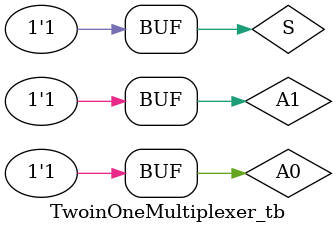
<source format=v>
module TwoinOneMultiplexer_tb;
  reg A0,A1,S;
  wire O;
  
 TwoinOneMultiplexer TwoinOneMux(O,A0,A1,S);
  initial 
  begin
    A0=1'b0;
    A1=1'b0;
    S=1'b0;
    #10;
    A0=1'b0;
    A1=1'b0;
    S=1'b1;
    #10;
    A0=1'b0;
    A1=1'b1;
    S=1'b0;
    #10;
    A0=1'b0;
    A1=1'b1;
    S=1'b1;
    #10;
    A0=1'b1;
    A1=1'b0;
    S=1'b0;
    #10; 
    A0=1'b1;
    A1=1'b0;
    S=1'b1;
    #10; 
    A0=1'b1;
    A1=1'b1;
    S=1'b0;
    #10;
    A0=1'b1;
    A1=1'b1;
    S=1'b1;
    #10;
    
  end
  
endmodule 


</source>
